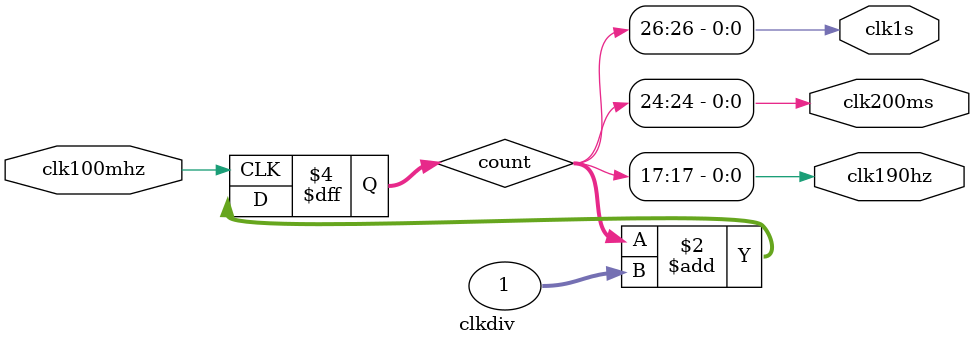
<source format=v>
`timescale 1ns / 1ps
module clkdiv(
input clk100mhz,
output clk1s,
output clk190hz,
output clk200ms
);
    reg[31:0] count=0;
    assign clk1s = count[26];
    assign clk190hz = count[17];
    assign clk200ms = count[24];
    always @(posedge clk100mhz)
    count<=count+1;
    endmodule

</source>
